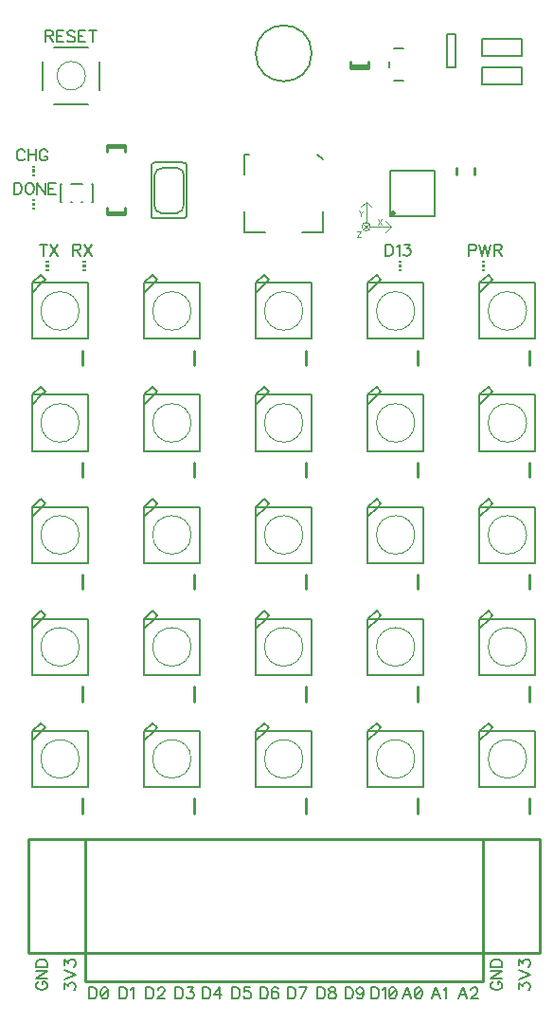
<source format=gbr>
G04 DipTrace 2.4.0.2*
%INTopSilk.gbr*%
%MOIN*%
%ADD10C,0.0098*%
%ADD12C,0.003*%
%ADD13C,0.0197*%
%ADD21C,0.0079*%
%ADD22C,0.0039*%
%ADD29C,0.005*%
%ADD30C,0.006*%
%ADD33C,0.0*%
%ADD60C,0.0062*%
%FSLAX44Y44*%
G04*
G70*
G90*
G75*
G01*
%LNTopSilk*%
%LPD*%
X3622Y30358D2*
D10*
X4252D1*
X3622Y30433D2*
X4252D1*
X3622D2*
Y30197D1*
X4252Y30433D2*
Y30197D1*
Y28067D2*
X3622D1*
X4252Y27992D2*
X3622D1*
X4252D2*
Y28228D1*
X3622Y27992D2*
Y28228D1*
X12815Y33224D2*
X12185D1*
X12815Y33150D2*
X12185D1*
X12815D2*
Y33386D1*
X12185Y33150D2*
Y33386D1*
X2756Y23208D2*
Y22697D1*
X6693Y23208D2*
Y22697D1*
X10630Y23208D2*
Y22697D1*
X14567Y23208D2*
Y22697D1*
X18504Y23208D2*
Y22697D1*
X2756Y19271D2*
Y18760D1*
X6693Y19271D2*
Y18760D1*
X10630Y19271D2*
Y18760D1*
X14567Y19271D2*
Y18760D1*
X18504Y19271D2*
Y18760D1*
X2756Y15334D2*
Y14823D1*
X6693Y15334D2*
Y14823D1*
X10630Y15334D2*
Y14823D1*
X14567Y15334D2*
Y14823D1*
X18504Y15334D2*
Y14823D1*
X2756Y11397D2*
Y10886D1*
X6693Y11397D2*
Y10886D1*
X10630Y11397D2*
Y10886D1*
X14567Y11397D2*
Y10886D1*
X18504Y11397D2*
Y10886D1*
X2756Y7460D2*
Y6949D1*
X6693Y7460D2*
Y6949D1*
X10630Y7460D2*
Y6949D1*
X14567Y7460D2*
Y6949D1*
X18504Y7460D2*
Y6949D1*
X16820Y34158D2*
D29*
X18220D1*
Y33558D1*
X16820D1*
Y34158D1*
Y33174D2*
X18220D1*
Y32574D1*
X16820D1*
Y33174D1*
X15926Y29645D2*
D10*
Y29410D1*
X16555Y29645D2*
Y29410D1*
G36*
X1102Y29646D2*
X984D1*
Y29705D1*
X1102D1*
Y29646D1*
G37*
G36*
Y29350D2*
X984D1*
Y29409D1*
X1102D1*
Y29350D1*
G37*
G36*
Y29468D2*
X984D1*
Y29587D1*
X1102D1*
Y29468D1*
G37*
G36*
Y28465D2*
X984D1*
Y28524D1*
X1102D1*
Y28465D1*
G37*
G36*
Y28169D2*
X984D1*
Y28228D1*
X1102D1*
Y28169D1*
G37*
G36*
Y28287D2*
X984D1*
Y28405D1*
X1102D1*
Y28287D1*
G37*
G36*
X1457Y26063D2*
X1575D1*
Y26004D1*
X1457D1*
Y26063D1*
G37*
G36*
Y26358D2*
X1575D1*
Y26299D1*
X1457D1*
Y26358D1*
G37*
G36*
Y26240D2*
X1575D1*
Y26122D1*
X1457D1*
Y26240D1*
G37*
G36*
X2874Y26299D2*
X2756D1*
Y26358D1*
X2874D1*
Y26299D1*
G37*
G36*
Y26004D2*
X2756D1*
Y26063D1*
X2874D1*
Y26004D1*
G37*
G36*
Y26122D2*
X2756D1*
Y26240D1*
X2874D1*
Y26122D1*
G37*
G36*
X13996Y26299D2*
X13878D1*
Y26358D1*
X13996D1*
Y26299D1*
G37*
G36*
Y26004D2*
X13878D1*
Y26063D1*
X13996D1*
Y26004D1*
G37*
G36*
Y26122D2*
X13878D1*
Y26240D1*
X13996D1*
Y26122D1*
G37*
X1291Y24606D2*
D33*
G02X1291Y24606I677J0D01*
G01*
X2953Y23622D2*
D29*
X984D1*
Y25236D1*
Y25591D1*
X1339D1*
X2953D1*
Y23622D1*
X984Y25236D2*
X1339Y25591D1*
X1457Y25709D1*
X1299Y25866D1*
X984Y25591D1*
X5228Y24606D2*
D33*
G02X5228Y24606I677J0D01*
G01*
X6890Y23622D2*
D29*
X4921D1*
Y25236D1*
Y25591D1*
X5276D1*
X6890D1*
Y23622D1*
X4921Y25236D2*
X5276Y25591D1*
X5394Y25709D1*
X5236Y25866D1*
X4921Y25591D1*
X9165Y24606D2*
D33*
G02X9165Y24606I677J0D01*
G01*
X10827Y23622D2*
D29*
X8858D1*
Y25236D1*
Y25591D1*
X9213D1*
X10827D1*
Y23622D1*
X8858Y25236D2*
X9213Y25591D1*
X9331Y25709D1*
X9173Y25866D1*
X8858Y25591D1*
X13102Y24606D2*
D33*
G02X13102Y24606I677J0D01*
G01*
X14764Y23622D2*
D29*
X12795D1*
Y25236D1*
Y25591D1*
X13150D1*
X14764D1*
Y23622D1*
X12795Y25236D2*
X13150Y25591D1*
X13268Y25709D1*
X13110Y25866D1*
X12795Y25591D1*
X17039Y24606D2*
D33*
G02X17039Y24606I677J0D01*
G01*
X18701Y23622D2*
D29*
X16732D1*
Y25236D1*
Y25591D1*
X17087D1*
X18701D1*
Y23622D1*
X16732Y25236D2*
X17087Y25591D1*
X17205Y25709D1*
X17047Y25866D1*
X16732Y25591D1*
X1291Y20669D2*
D33*
G02X1291Y20669I677J0D01*
G01*
X2953Y19685D2*
D29*
X984D1*
Y21299D1*
Y21654D1*
X1339D1*
X2953D1*
Y19685D1*
X984Y21299D2*
X1339Y21654D1*
X1457Y21772D1*
X1299Y21929D1*
X984Y21654D1*
X5228Y20669D2*
D33*
G02X5228Y20669I677J0D01*
G01*
X6890Y19685D2*
D29*
X4921D1*
Y21299D1*
Y21654D1*
X5276D1*
X6890D1*
Y19685D1*
X4921Y21299D2*
X5276Y21654D1*
X5394Y21772D1*
X5236Y21929D1*
X4921Y21654D1*
X9165Y20669D2*
D33*
G02X9165Y20669I677J0D01*
G01*
X10827Y19685D2*
D29*
X8858D1*
Y21299D1*
Y21654D1*
X9213D1*
X10827D1*
Y19685D1*
X8858Y21299D2*
X9213Y21654D1*
X9331Y21772D1*
X9173Y21929D1*
X8858Y21654D1*
X13102Y20669D2*
D33*
G02X13102Y20669I677J0D01*
G01*
X14764Y19685D2*
D29*
X12795D1*
Y21299D1*
Y21654D1*
X13150D1*
X14764D1*
Y19685D1*
X12795Y21299D2*
X13150Y21654D1*
X13268Y21772D1*
X13110Y21929D1*
X12795Y21654D1*
X17039Y20669D2*
D33*
G02X17039Y20669I677J0D01*
G01*
X18701Y19685D2*
D29*
X16732D1*
Y21299D1*
Y21654D1*
X17087D1*
X18701D1*
Y19685D1*
X16732Y21299D2*
X17087Y21654D1*
X17205Y21772D1*
X17047Y21929D1*
X16732Y21654D1*
X1291Y16732D2*
D33*
G02X1291Y16732I677J0D01*
G01*
X2953Y15748D2*
D29*
X984D1*
Y17362D1*
Y17717D1*
X1339D1*
X2953D1*
Y15748D1*
X984Y17362D2*
X1339Y17717D1*
X1457Y17835D1*
X1299Y17992D1*
X984Y17717D1*
X5228Y16732D2*
D33*
G02X5228Y16732I677J0D01*
G01*
X6890Y15748D2*
D29*
X4921D1*
Y17362D1*
Y17717D1*
X5276D1*
X6890D1*
Y15748D1*
X4921Y17362D2*
X5276Y17717D1*
X5394Y17835D1*
X5236Y17992D1*
X4921Y17717D1*
X9165Y16732D2*
D33*
G02X9165Y16732I677J0D01*
G01*
X10827Y15748D2*
D29*
X8858D1*
Y17362D1*
Y17717D1*
X9213D1*
X10827D1*
Y15748D1*
X8858Y17362D2*
X9213Y17717D1*
X9331Y17835D1*
X9173Y17992D1*
X8858Y17717D1*
X13102Y16732D2*
D33*
G02X13102Y16732I677J0D01*
G01*
X14764Y15748D2*
D29*
X12795D1*
Y17362D1*
Y17717D1*
X13150D1*
X14764D1*
Y15748D1*
X12795Y17362D2*
X13150Y17717D1*
X13268Y17835D1*
X13110Y17992D1*
X12795Y17717D1*
X17039Y16732D2*
D33*
G02X17039Y16732I677J0D01*
G01*
X18701Y15748D2*
D29*
X16732D1*
Y17362D1*
Y17717D1*
X17087D1*
X18701D1*
Y15748D1*
X16732Y17362D2*
X17087Y17717D1*
X17205Y17835D1*
X17047Y17992D1*
X16732Y17717D1*
X1291Y12795D2*
D33*
G02X1291Y12795I677J0D01*
G01*
X2953Y11811D2*
D29*
X984D1*
Y13425D1*
Y13780D1*
X1339D1*
X2953D1*
Y11811D1*
X984Y13425D2*
X1339Y13780D1*
X1457Y13898D1*
X1299Y14055D1*
X984Y13780D1*
X5228Y12795D2*
D33*
G02X5228Y12795I677J0D01*
G01*
X6890Y11811D2*
D29*
X4921D1*
Y13425D1*
Y13780D1*
X5276D1*
X6890D1*
Y11811D1*
X4921Y13425D2*
X5276Y13780D1*
X5394Y13898D1*
X5236Y14055D1*
X4921Y13780D1*
X9165Y12795D2*
D33*
G02X9165Y12795I677J0D01*
G01*
X10827Y11811D2*
D29*
X8858D1*
Y13425D1*
Y13780D1*
X9213D1*
X10827D1*
Y11811D1*
X8858Y13425D2*
X9213Y13780D1*
X9331Y13898D1*
X9173Y14055D1*
X8858Y13780D1*
X13102Y12795D2*
D33*
G02X13102Y12795I677J0D01*
G01*
X14764Y11811D2*
D29*
X12795D1*
Y13425D1*
Y13780D1*
X13150D1*
X14764D1*
Y11811D1*
X12795Y13425D2*
X13150Y13780D1*
X13268Y13898D1*
X13110Y14055D1*
X12795Y13780D1*
X17039Y12795D2*
D33*
G02X17039Y12795I677J0D01*
G01*
X18701Y11811D2*
D29*
X16732D1*
Y13425D1*
Y13780D1*
X17087D1*
X18701D1*
Y11811D1*
X16732Y13425D2*
X17087Y13780D1*
X17205Y13898D1*
X17047Y14055D1*
X16732Y13780D1*
X1291Y8858D2*
D33*
G02X1291Y8858I677J0D01*
G01*
X2953Y7874D2*
D29*
X984D1*
Y9488D1*
Y9843D1*
X1339D1*
X2953D1*
Y7874D1*
X984Y9488D2*
X1339Y9843D1*
X1457Y9961D1*
X1299Y10118D1*
X984Y9843D1*
X5228Y8858D2*
D33*
G02X5228Y8858I677J0D01*
G01*
X6890Y7874D2*
D29*
X4921D1*
Y9488D1*
Y9843D1*
X5276D1*
X6890D1*
Y7874D1*
X4921Y9488D2*
X5276Y9843D1*
X5394Y9961D1*
X5236Y10118D1*
X4921Y9843D1*
X9165Y8858D2*
D33*
G02X9165Y8858I677J0D01*
G01*
X10827Y7874D2*
D29*
X8858D1*
Y9488D1*
Y9843D1*
X9213D1*
X10827D1*
Y7874D1*
X8858Y9488D2*
X9213Y9843D1*
X9331Y9961D1*
X9173Y10118D1*
X8858Y9843D1*
X13102Y8858D2*
D33*
G02X13102Y8858I677J0D01*
G01*
X14764Y7874D2*
D29*
X12795D1*
Y9488D1*
Y9843D1*
X13150D1*
X14764D1*
Y7874D1*
X12795Y9488D2*
X13150Y9843D1*
X13268Y9961D1*
X13110Y10118D1*
X12795Y9843D1*
X17039Y8858D2*
D33*
G02X17039Y8858I677J0D01*
G01*
X18701Y7874D2*
D29*
X16732D1*
Y9488D1*
Y9843D1*
X17087D1*
X18701D1*
Y7874D1*
X16732Y9488D2*
X17087Y9843D1*
X17205Y9961D1*
X17047Y10118D1*
X16732Y9843D1*
G36*
X16811Y26063D2*
X16929D1*
Y26004D1*
X16811D1*
Y26063D1*
G37*
G36*
Y26358D2*
X16929D1*
Y26299D1*
X16811D1*
Y26358D1*
G37*
G36*
Y26240D2*
X16929D1*
Y26122D1*
X16811D1*
Y26240D1*
G37*
X2842Y6043D2*
D10*
X16843D1*
Y2043D1*
X2842D1*
Y6043D1*
Y2043D2*
X16843D1*
Y1043D1*
X2842D1*
Y2043D1*
X843Y6043D2*
X2842D1*
Y2043D1*
X843D1*
Y6043D1*
X16843D2*
X18843D1*
Y2043D1*
X16843D1*
Y6043D1*
X1862Y32874D2*
D33*
G02X1862Y32874I500J0D01*
G01*
X1362Y32386D2*
D21*
Y33374D1*
X1756Y33874D2*
X2968D1*
X3362Y33362D2*
Y32386D1*
X2968Y31874D2*
X1756D1*
X15898Y34320D2*
D30*
Y33180D1*
X15598D1*
Y34320D1*
X15898D1*
X3119Y29059D2*
Y28421D1*
X1999D2*
Y29059D1*
X2354D2*
X2765D1*
X2391Y28421D2*
X2354D1*
X2765D2*
X2728D1*
X2036D2*
X1999D1*
X3119D2*
X3082D1*
Y29059D2*
X3119D1*
X1999D2*
X2036D1*
X13709Y33828D2*
D21*
X14047D1*
Y32708D2*
X13709D1*
X13559Y33162D2*
Y33373D1*
X8465Y28091D2*
Y27362D1*
X9193D2*
X8465D1*
Y29390D2*
Y30118D1*
X8622D1*
X10492Y27362D2*
X11220D1*
Y28091D1*
Y29921D2*
X11024Y30118D1*
X13661Y28071D2*
D33*
G02X13661Y28071I39J0D01*
G01*
X15158Y27953D2*
D29*
Y29528D1*
X13583D1*
Y27953D1*
X15158D1*
X6286Y29823D2*
G02X6437Y29711I19J-131D01*
G01*
Y27966D1*
G02X6286Y27854I-131J20D01*
G01*
X5265D1*
G02X5177Y27942I0J88D01*
G01*
Y29698D1*
G02X5302Y29823I125J0D01*
G01*
X6286D1*
X5295Y28287D2*
Y29390D1*
G02X5571Y29626I256J-20D01*
G01*
X6122D1*
G02X6319Y29390I-19J-216D01*
G01*
Y28327D1*
G02X6083Y28051I-256J-20D01*
G01*
X5532D1*
G02X5295Y28287I0J236D01*
G01*
X8858Y33661D2*
D21*
G02X8858Y33661I984J0D01*
G01*
D13*
X13681Y28051D3*
X12740Y28453D2*
D22*
Y27717D1*
Y28453D2*
X12543Y28256D1*
X12740Y28453D2*
X12937Y28256D1*
X13630Y27567D2*
X13433Y27764D1*
X12886Y27567D2*
X13626D1*
X13630D2*
X13433Y27370D1*
X12591Y27565D2*
G02X12591Y27565I148J0D01*
G01*
X12843Y27669D2*
X12638Y27465D1*
Y27669D2*
X12843Y27465D1*
X727Y30195D2*
D60*
X708Y30233D1*
X669Y30271D1*
X631Y30290D1*
X555D1*
X516Y30271D1*
X478Y30233D1*
X459Y30195D1*
X440Y30137D1*
Y30041D1*
X459Y29984D1*
X478Y29946D1*
X516Y29908D1*
X555Y29888D1*
X631D1*
X669Y29908D1*
X708Y29946D1*
X727Y29984D1*
X850Y30290D2*
Y29888D1*
X1118Y30290D2*
Y29888D1*
X850Y30099D2*
X1118D1*
X1529Y30195D2*
X1510Y30233D1*
X1471Y30271D1*
X1433Y30290D1*
X1357D1*
X1318Y30271D1*
X1280Y30233D1*
X1261Y30195D1*
X1242Y30137D1*
Y30041D1*
X1261Y29984D1*
X1280Y29946D1*
X1318Y29908D1*
X1357Y29888D1*
X1433D1*
X1471Y29908D1*
X1510Y29946D1*
X1529Y29984D1*
Y30041D1*
X1433D1*
X352Y29109D2*
Y28707D1*
X486D1*
X544Y28727D1*
X582Y28765D1*
X601Y28803D1*
X620Y28860D1*
Y28956D1*
X601Y29014D1*
X582Y29052D1*
X544Y29090D1*
X486Y29109D1*
X352D1*
X859D2*
X820Y29090D1*
X782Y29052D1*
X763Y29014D1*
X744Y28956D1*
Y28860D1*
X763Y28803D1*
X782Y28765D1*
X820Y28727D1*
X859Y28707D1*
X935D1*
X973Y28727D1*
X1012Y28765D1*
X1031Y28803D1*
X1050Y28860D1*
Y28956D1*
X1031Y29014D1*
X1012Y29052D1*
X973Y29090D1*
X935Y29109D1*
X859D1*
X1441D2*
Y28707D1*
X1173Y29109D1*
Y28707D1*
X1813Y29109D2*
X1565D1*
Y28707D1*
X1813D1*
X1565Y28918D2*
X1718D1*
X1379Y26944D2*
Y26542D1*
X1245Y26944D2*
X1513D1*
X1637D2*
X1905Y26542D1*
Y26944D2*
X1637Y26542D1*
X2426Y26753D2*
X2598D1*
X2656Y26772D1*
X2675Y26791D1*
X2694Y26829D1*
Y26867D1*
X2675Y26905D1*
X2656Y26925D1*
X2598Y26944D1*
X2426D1*
Y26542D1*
X2560Y26753D2*
X2694Y26542D1*
X2818Y26944D2*
X3086Y26542D1*
Y26944D2*
X2818Y26542D1*
X13439Y26944D2*
Y26542D1*
X13572D1*
X13630Y26561D1*
X13668Y26600D1*
X13687Y26638D1*
X13706Y26695D1*
Y26791D1*
X13687Y26848D1*
X13668Y26886D1*
X13630Y26925D1*
X13572Y26944D1*
X13439D1*
X13830Y26867D2*
X13868Y26886D1*
X13926Y26944D1*
Y26542D1*
X14088Y26944D2*
X14298D1*
X14183Y26791D1*
X14241D1*
X14279Y26772D1*
X14298Y26753D1*
X14317Y26695D1*
Y26657D1*
X14298Y26600D1*
X14260Y26561D1*
X14202Y26542D1*
X14145D1*
X14088Y26561D1*
X14069Y26581D1*
X14049Y26619D1*
X16346Y26734D2*
X16519D1*
X16576Y26753D1*
X16595Y26772D1*
X16614Y26810D1*
Y26868D1*
X16595Y26906D1*
X16576Y26925D1*
X16519Y26944D1*
X16346D1*
Y26542D1*
X16738Y26944D2*
X16834Y26542D1*
X16929Y26944D1*
X17025Y26542D1*
X17121Y26944D1*
X17244Y26753D2*
X17416D1*
X17474Y26772D1*
X17493Y26791D1*
X17512Y26829D1*
Y26868D1*
X17493Y26906D1*
X17474Y26925D1*
X17416Y26944D1*
X17244D1*
Y26542D1*
X17378Y26753D2*
X17512Y26542D1*
X1465Y34268D2*
X1637D1*
X1694Y34288D1*
X1714Y34307D1*
X1733Y34345D1*
Y34383D1*
X1714Y34421D1*
X1694Y34441D1*
X1637Y34460D1*
X1465D1*
Y34058D1*
X1599Y34268D2*
X1733Y34058D1*
X2105Y34460D2*
X1856D1*
Y34058D1*
X2105D1*
X1856Y34268D2*
X2009D1*
X2496Y34402D2*
X2458Y34441D1*
X2401Y34460D1*
X2324D1*
X2267Y34441D1*
X2228Y34402D1*
Y34364D1*
X2248Y34326D1*
X2267Y34307D1*
X2305Y34288D1*
X2420Y34249D1*
X2458Y34230D1*
X2477Y34211D1*
X2496Y34173D1*
Y34115D1*
X2458Y34077D1*
X2401Y34058D1*
X2324D1*
X2267Y34077D1*
X2228Y34115D1*
X2868Y34460D2*
X2620D1*
Y34058D1*
X2868D1*
X2620Y34268D2*
X2773D1*
X3126Y34460D2*
Y34058D1*
X2992Y34460D2*
X3260D1*
X3005Y827D2*
Y425D1*
X3139D1*
X3196Y445D1*
X3235Y483D1*
X3254Y521D1*
X3273Y578D1*
Y674D1*
X3254Y732D1*
X3235Y770D1*
X3196Y808D1*
X3139Y827D1*
X3005D1*
X3511D2*
X3454Y808D1*
X3415Y750D1*
X3396Y655D1*
Y597D1*
X3415Y502D1*
X3454Y444D1*
X3511Y425D1*
X3549D1*
X3607Y444D1*
X3645Y502D1*
X3664Y597D1*
Y655D1*
X3645Y750D1*
X3607Y808D1*
X3549Y827D1*
X3511D1*
X3645Y750D2*
X3415Y502D1*
X4067Y827D2*
Y425D1*
X4201D1*
X4259Y445D1*
X4297Y483D1*
X4316Y521D1*
X4335Y578D1*
Y674D1*
X4316Y732D1*
X4297Y770D1*
X4259Y808D1*
X4201Y827D1*
X4067D1*
X4459Y750D2*
X4497Y770D1*
X4555Y827D1*
Y425D1*
X5005Y827D2*
Y425D1*
X5139D1*
X5196Y445D1*
X5235Y483D1*
X5254Y521D1*
X5273Y578D1*
Y674D1*
X5254Y732D1*
X5235Y770D1*
X5196Y808D1*
X5139Y827D1*
X5005D1*
X5416Y731D2*
Y750D1*
X5435Y789D1*
X5454Y808D1*
X5492Y827D1*
X5569D1*
X5607Y808D1*
X5626Y789D1*
X5645Y750D1*
Y712D1*
X5626Y674D1*
X5588Y617D1*
X5396Y425D1*
X5664D1*
X6028Y827D2*
Y425D1*
X6162D1*
X6220Y445D1*
X6258Y483D1*
X6277Y521D1*
X6296Y578D1*
Y674D1*
X6277Y732D1*
X6258Y770D1*
X6220Y808D1*
X6162Y827D1*
X6028D1*
X6458D2*
X6668D1*
X6554Y674D1*
X6611D1*
X6649Y655D1*
X6668Y636D1*
X6688Y578D1*
Y540D1*
X6668Y483D1*
X6630Y444D1*
X6573Y425D1*
X6515D1*
X6458Y444D1*
X6439Y464D1*
X6420Y502D1*
X6993Y827D2*
Y425D1*
X7127D1*
X7184Y445D1*
X7223Y483D1*
X7242Y521D1*
X7261Y578D1*
Y674D1*
X7242Y732D1*
X7223Y770D1*
X7184Y808D1*
X7127Y827D1*
X6993D1*
X7576Y425D2*
Y827D1*
X7385Y559D1*
X7671D1*
X8036Y827D2*
Y425D1*
X8170D1*
X8228Y445D1*
X8266Y483D1*
X8285Y521D1*
X8304Y578D1*
Y674D1*
X8285Y732D1*
X8266Y770D1*
X8228Y808D1*
X8170Y827D1*
X8036D1*
X8657D2*
X8466D1*
X8447Y655D1*
X8466Y674D1*
X8524Y693D1*
X8581D1*
X8638Y674D1*
X8677Y636D1*
X8696Y578D1*
Y540D1*
X8677Y483D1*
X8638Y444D1*
X8581Y425D1*
X8524D1*
X8466Y444D1*
X8447Y464D1*
X8428Y502D1*
X9021Y827D2*
Y425D1*
X9155D1*
X9212Y445D1*
X9251Y483D1*
X9270Y521D1*
X9289Y578D1*
Y674D1*
X9270Y732D1*
X9251Y770D1*
X9212Y808D1*
X9155Y827D1*
X9021D1*
X9642Y770D2*
X9623Y808D1*
X9565Y827D1*
X9527D1*
X9470Y808D1*
X9431Y750D1*
X9412Y655D1*
Y559D1*
X9431Y483D1*
X9470Y444D1*
X9527Y425D1*
X9546D1*
X9603Y444D1*
X9642Y483D1*
X9661Y540D1*
Y559D1*
X9642Y617D1*
X9603Y655D1*
X9546Y674D1*
X9527D1*
X9470Y655D1*
X9431Y617D1*
X9412Y559D1*
X10005Y827D2*
Y425D1*
X10139D1*
X10196Y445D1*
X10235Y483D1*
X10254Y521D1*
X10273Y578D1*
Y674D1*
X10254Y732D1*
X10235Y770D1*
X10196Y808D1*
X10139Y827D1*
X10005D1*
X10473Y425D2*
X10664Y827D1*
X10396D1*
X11028D2*
Y425D1*
X11162D1*
X11220Y445D1*
X11258Y483D1*
X11277Y521D1*
X11296Y578D1*
Y674D1*
X11277Y732D1*
X11258Y770D1*
X11220Y808D1*
X11162Y827D1*
X11028D1*
X11515D2*
X11458Y808D1*
X11439Y770D1*
Y731D1*
X11458Y693D1*
X11496Y674D1*
X11573Y655D1*
X11630Y636D1*
X11668Y597D1*
X11687Y559D1*
Y502D1*
X11668Y464D1*
X11649Y444D1*
X11592Y425D1*
X11515D1*
X11458Y444D1*
X11439Y464D1*
X11420Y502D1*
Y559D1*
X11439Y597D1*
X11477Y636D1*
X11534Y655D1*
X11611Y674D1*
X11649Y693D1*
X11668Y731D1*
Y770D1*
X11649Y808D1*
X11592Y827D1*
X11515D1*
X12013D2*
Y425D1*
X12147D1*
X12204Y445D1*
X12243Y483D1*
X12262Y521D1*
X12281Y578D1*
Y674D1*
X12262Y732D1*
X12243Y770D1*
X12204Y808D1*
X12147Y827D1*
X12013D1*
X12653Y693D2*
X12634Y636D1*
X12596Y597D1*
X12538Y578D1*
X12519D1*
X12462Y597D1*
X12424Y636D1*
X12404Y693D1*
Y712D1*
X12424Y770D1*
X12462Y808D1*
X12519Y827D1*
X12538D1*
X12596Y808D1*
X12634Y770D1*
X12653Y693D1*
Y597D1*
X12634Y502D1*
X12596Y444D1*
X12538Y425D1*
X12500D1*
X12443Y444D1*
X12424Y483D1*
X12938Y827D2*
Y425D1*
X13072D1*
X13129Y445D1*
X13168Y483D1*
X13187Y521D1*
X13206Y578D1*
Y674D1*
X13187Y732D1*
X13168Y770D1*
X13129Y808D1*
X13072Y827D1*
X12938D1*
X13329Y750D2*
X13368Y770D1*
X13425Y827D1*
Y425D1*
X13664Y827D2*
X13606Y808D1*
X13568Y750D1*
X13549Y655D1*
Y597D1*
X13568Y502D1*
X13606Y444D1*
X13664Y425D1*
X13702D1*
X13759Y444D1*
X13797Y502D1*
X13817Y597D1*
Y655D1*
X13797Y750D1*
X13759Y808D1*
X13702Y827D1*
X13664D1*
X13797Y750D2*
X13568Y502D1*
X14327Y425D2*
X14174Y827D1*
X14021Y425D1*
X14078Y559D2*
X14270D1*
X14565Y827D2*
X14508Y808D1*
X14470Y750D1*
X14451Y655D1*
Y597D1*
X14470Y502D1*
X14508Y444D1*
X14565Y425D1*
X14604D1*
X14661Y444D1*
X14699Y502D1*
X14718Y597D1*
Y655D1*
X14699Y750D1*
X14661Y808D1*
X14604Y827D1*
X14565D1*
X14699Y750D2*
X14470Y502D1*
X15351Y425D2*
X15197Y827D1*
X15044Y425D1*
X15102Y559D2*
X15293D1*
X15474Y750D2*
X15513Y770D1*
X15570Y827D1*
Y425D1*
X16296D2*
X16142Y827D1*
X15989Y425D1*
X16047Y559D2*
X16238D1*
X16438Y731D2*
Y750D1*
X16458Y789D1*
X16477Y808D1*
X16515Y827D1*
X16591D1*
X16630Y808D1*
X16649Y789D1*
X16668Y750D1*
Y712D1*
X16649Y674D1*
X16610Y617D1*
X16419Y425D1*
X16687D1*
X18120Y766D2*
Y976D1*
X18273Y861D1*
Y919D1*
X18292Y957D1*
X18311Y976D1*
X18368Y995D1*
X18406D1*
X18464Y976D1*
X18502Y938D1*
X18521Y880D1*
Y823D1*
X18502Y766D1*
X18483Y747D1*
X18445Y727D1*
X18120Y1119D2*
X18521Y1272D1*
X18120Y1425D1*
Y1587D2*
Y1797D1*
X18273Y1682D1*
Y1740D1*
X18292Y1778D1*
X18311Y1797D1*
X18368Y1816D1*
X18406D1*
X18464Y1797D1*
X18502Y1759D1*
X18521Y1701D1*
Y1644D1*
X18502Y1587D1*
X18483Y1568D1*
X18445Y1548D1*
X17221Y1024D2*
X17183Y1005D1*
X17145Y966D1*
X17126Y928D1*
Y852D1*
X17145Y813D1*
X17183Y775D1*
X17221Y756D1*
X17279Y737D1*
X17375D1*
X17432Y756D1*
X17470Y775D1*
X17508Y813D1*
X17528Y852D1*
Y928D1*
X17508Y966D1*
X17470Y1005D1*
X17432Y1024D1*
X17375D1*
Y928D1*
X17126Y1415D2*
X17528D1*
X17126Y1147D1*
X17528D1*
X17126Y1539D2*
X17528D1*
Y1673D1*
X17508Y1730D1*
X17470Y1768D1*
X17432Y1788D1*
X17375Y1807D1*
X17279D1*
X17221Y1788D1*
X17183Y1768D1*
X17145Y1730D1*
X17126Y1673D1*
Y1539D1*
X2116Y766D2*
Y976D1*
X2269Y861D1*
Y919D1*
X2288Y957D1*
X2307Y976D1*
X2365Y995D1*
X2403D1*
X2460Y976D1*
X2498Y938D1*
X2517Y880D1*
Y823D1*
X2498Y766D1*
X2479Y747D1*
X2441Y727D1*
X2116Y1119D2*
X2517Y1272D1*
X2116Y1425D1*
Y1587D2*
Y1797D1*
X2269Y1682D1*
Y1740D1*
X2288Y1778D1*
X2307Y1797D1*
X2365Y1816D1*
X2403D1*
X2460Y1797D1*
X2498Y1759D1*
X2517Y1701D1*
Y1644D1*
X2498Y1587D1*
X2479Y1568D1*
X2441Y1548D1*
X1217Y1024D2*
X1179Y1005D1*
X1141Y966D1*
X1122Y928D1*
Y852D1*
X1141Y813D1*
X1179Y775D1*
X1217Y756D1*
X1275Y737D1*
X1371D1*
X1428Y756D1*
X1466Y775D1*
X1504Y813D1*
X1524Y852D1*
Y928D1*
X1504Y966D1*
X1466Y1005D1*
X1428Y1024D1*
X1371D1*
Y928D1*
X1122Y1415D2*
X1524D1*
X1122Y1147D1*
X1524D1*
X1122Y1539D2*
X1524D1*
Y1673D1*
X1504Y1730D1*
X1466Y1768D1*
X1428Y1788D1*
X1371Y1807D1*
X1275D1*
X1217Y1788D1*
X1179Y1768D1*
X1141Y1730D1*
X1122Y1673D1*
Y1539D1*
X12489Y28127D2*
D12*
X12566Y28032D1*
Y27927D1*
X12642Y28127D2*
X12566Y28032D1*
X13151Y27852D2*
X13285Y27651D1*
Y27852D2*
X13151Y27651D1*
X12434Y27395D2*
X12568D1*
X12434Y27194D1*
X12568D1*
M02*

</source>
